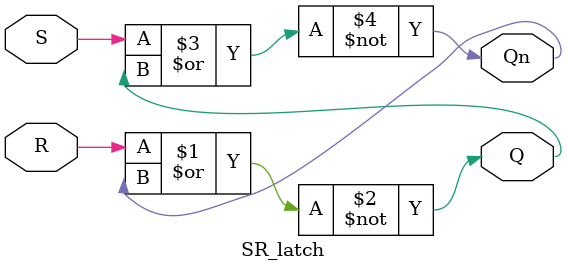
<source format=v>
module SR_latch(R,S,Q,Qn);
input R,S;
output Q,Qn;
	assign	Q = ~(R | Qn),
				Qn = ~(S | Q);
endmodule

</source>
